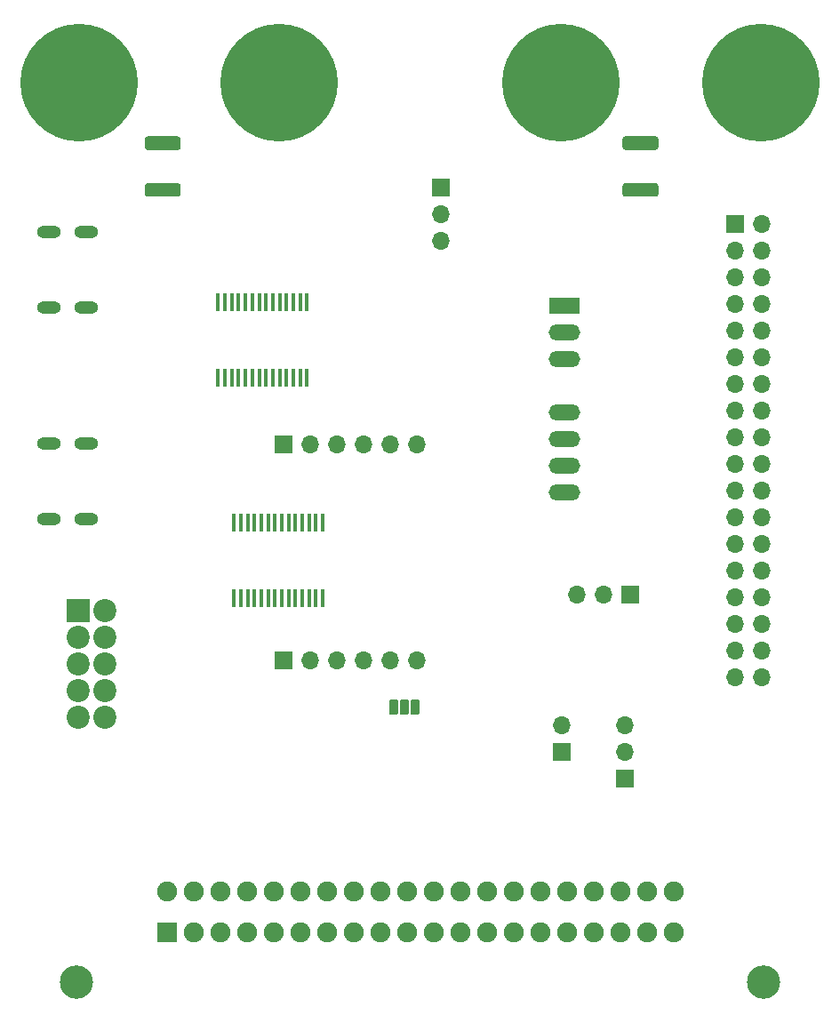
<source format=gbs>
%TF.GenerationSoftware,KiCad,Pcbnew,(5.1.7)-1*%
%TF.CreationDate,2020-11-29T12:14:47-06:00*%
%TF.ProjectId,Programmer Board,50726f67-7261-46d6-9d65-7220426f6172,A*%
%TF.SameCoordinates,Original*%
%TF.FileFunction,Soldermask,Bot*%
%TF.FilePolarity,Negative*%
%FSLAX46Y46*%
G04 Gerber Fmt 4.6, Leading zero omitted, Abs format (unit mm)*
G04 Created by KiCad (PCBNEW (5.1.7)-1) date 2020-11-29 12:14:47*
%MOMM*%
%LPD*%
G01*
G04 APERTURE LIST*
%ADD10R,0.450000X1.750000*%
%ADD11O,1.700000X1.700000*%
%ADD12R,1.700000X1.700000*%
%ADD13O,2.300000X1.200000*%
%ADD14C,11.200000*%
%ADD15C,2.200000*%
%ADD16R,2.200000X2.200000*%
%ADD17C,3.180000*%
%ADD18C,1.900000*%
%ADD19R,1.900000X1.900000*%
%ADD20O,3.000000X1.500000*%
%ADD21R,3.000000X1.500000*%
G04 APERTURE END LIST*
D10*
%TO.C,U3*%
X138225000Y-121150000D03*
X137575000Y-121150000D03*
X136925000Y-121150000D03*
X136275000Y-121150000D03*
X135625000Y-121150000D03*
X134975000Y-121150000D03*
X134325000Y-121150000D03*
X133675000Y-121150000D03*
X133025000Y-121150000D03*
X132375000Y-121150000D03*
X131725000Y-121150000D03*
X131075000Y-121150000D03*
X130425000Y-121150000D03*
X129775000Y-121150000D03*
X129775000Y-128350000D03*
X130425000Y-128350000D03*
X131075000Y-128350000D03*
X131725000Y-128350000D03*
X132375000Y-128350000D03*
X133025000Y-128350000D03*
X133675000Y-128350000D03*
X134325000Y-128350000D03*
X134975000Y-128350000D03*
X135625000Y-128350000D03*
X136275000Y-128350000D03*
X136925000Y-128350000D03*
X137575000Y-128350000D03*
X138225000Y-128350000D03*
%TD*%
%TO.C,U1*%
X136725000Y-100150000D03*
X136075000Y-100150000D03*
X135425000Y-100150000D03*
X134775000Y-100150000D03*
X134125000Y-100150000D03*
X133475000Y-100150000D03*
X132825000Y-100150000D03*
X132175000Y-100150000D03*
X131525000Y-100150000D03*
X130875000Y-100150000D03*
X130225000Y-100150000D03*
X129575000Y-100150000D03*
X128925000Y-100150000D03*
X128275000Y-100150000D03*
X128275000Y-107350000D03*
X128925000Y-107350000D03*
X129575000Y-107350000D03*
X130225000Y-107350000D03*
X130875000Y-107350000D03*
X131525000Y-107350000D03*
X132175000Y-107350000D03*
X132825000Y-107350000D03*
X133475000Y-107350000D03*
X134125000Y-107350000D03*
X134775000Y-107350000D03*
X135425000Y-107350000D03*
X136075000Y-107350000D03*
X136725000Y-107350000D03*
%TD*%
D11*
%TO.C,J8*%
X147200000Y-134250000D03*
X144660000Y-134250000D03*
X142120000Y-134250000D03*
X139580000Y-134250000D03*
X137040000Y-134250000D03*
D12*
X134500000Y-134250000D03*
%TD*%
D13*
%TO.C,J3*%
X115700000Y-120850000D03*
X112150000Y-120850000D03*
X115700000Y-113650000D03*
X112150000Y-113650000D03*
%TD*%
D11*
%TO.C,J1*%
X147200000Y-113750000D03*
X144660000Y-113750000D03*
X142120000Y-113750000D03*
X139580000Y-113750000D03*
X137040000Y-113750000D03*
D12*
X134500000Y-113750000D03*
%TD*%
D14*
%TO.C,E1*%
X115000000Y-79250000D03*
%TD*%
%TO.C,E4*%
X180000000Y-79250000D03*
%TD*%
%TO.C,E3*%
X160950000Y-79250000D03*
%TD*%
%TO.C,E2*%
X134050000Y-79250000D03*
%TD*%
D13*
%TO.C,J4*%
X115735000Y-100700000D03*
X112185000Y-100700000D03*
X115735000Y-93500000D03*
X112185000Y-93500000D03*
%TD*%
%TO.C,F2*%
G36*
G01*
X169950000Y-85675000D02*
X167050000Y-85675000D01*
G75*
G02*
X166800000Y-85425000I0J250000D01*
G01*
X166800000Y-84625000D01*
G75*
G02*
X167050000Y-84375000I250000J0D01*
G01*
X169950000Y-84375000D01*
G75*
G02*
X170200000Y-84625000I0J-250000D01*
G01*
X170200000Y-85425000D01*
G75*
G02*
X169950000Y-85675000I-250000J0D01*
G01*
G37*
G36*
G01*
X169950000Y-90125000D02*
X167050000Y-90125000D01*
G75*
G02*
X166800000Y-89875000I0J250000D01*
G01*
X166800000Y-89075000D01*
G75*
G02*
X167050000Y-88825000I250000J0D01*
G01*
X169950000Y-88825000D01*
G75*
G02*
X170200000Y-89075000I0J-250000D01*
G01*
X170200000Y-89875000D01*
G75*
G02*
X169950000Y-90125000I-250000J0D01*
G01*
G37*
%TD*%
%TO.C,F1*%
G36*
G01*
X124450000Y-85675000D02*
X121550000Y-85675000D01*
G75*
G02*
X121300000Y-85425000I0J250000D01*
G01*
X121300000Y-84625000D01*
G75*
G02*
X121550000Y-84375000I250000J0D01*
G01*
X124450000Y-84375000D01*
G75*
G02*
X124700000Y-84625000I0J-250000D01*
G01*
X124700000Y-85425000D01*
G75*
G02*
X124450000Y-85675000I-250000J0D01*
G01*
G37*
G36*
G01*
X124450000Y-90125000D02*
X121550000Y-90125000D01*
G75*
G02*
X121300000Y-89875000I0J250000D01*
G01*
X121300000Y-89075000D01*
G75*
G02*
X121550000Y-88825000I250000J0D01*
G01*
X124450000Y-88825000D01*
G75*
G02*
X124700000Y-89075000I0J-250000D01*
G01*
X124700000Y-89875000D01*
G75*
G02*
X124450000Y-90125000I-250000J0D01*
G01*
G37*
%TD*%
%TO.C,JP3*%
G36*
G01*
X145403100Y-138115000D02*
X145403100Y-139385000D01*
G75*
G02*
X145301500Y-139486600I-101600J0D01*
G01*
X144666500Y-139486600D01*
G75*
G02*
X144564900Y-139385000I0J101600D01*
G01*
X144564900Y-138115000D01*
G75*
G02*
X144666500Y-138013400I101600J0D01*
G01*
X145301500Y-138013400D01*
G75*
G02*
X145403100Y-138115000I0J-101600D01*
G01*
G37*
G36*
G01*
X146419100Y-138115000D02*
X146419100Y-139385000D01*
G75*
G02*
X146317500Y-139486600I-101600J0D01*
G01*
X145682500Y-139486600D01*
G75*
G02*
X145580900Y-139385000I0J101600D01*
G01*
X145580900Y-138115000D01*
G75*
G02*
X145682500Y-138013400I101600J0D01*
G01*
X146317500Y-138013400D01*
G75*
G02*
X146419100Y-138115000I0J-101600D01*
G01*
G37*
G36*
G01*
X147435100Y-138115000D02*
X147435100Y-139385000D01*
G75*
G02*
X147333500Y-139486600I-101600J0D01*
G01*
X146698500Y-139486600D01*
G75*
G02*
X146596900Y-139385000I0J101600D01*
G01*
X146596900Y-138115000D01*
G75*
G02*
X146698500Y-138013400I101600J0D01*
G01*
X147333500Y-138013400D01*
G75*
G02*
X147435100Y-138115000I0J-101600D01*
G01*
G37*
%TD*%
D15*
%TO.C,J7*%
X114960000Y-139710000D03*
X117500000Y-139710000D03*
X114960000Y-137170000D03*
X117500000Y-137170000D03*
X114960000Y-134630000D03*
X117500000Y-134630000D03*
X114960000Y-132090000D03*
X117500000Y-132090000D03*
D16*
X114960000Y-129550000D03*
D15*
X117500000Y-129550000D03*
%TD*%
D17*
%TO.C,J5*%
X114795000Y-164920000D03*
X180205000Y-164920000D03*
D18*
X151310000Y-156270000D03*
X156390000Y-160230000D03*
X148770000Y-156270000D03*
X148770000Y-160230000D03*
X151310000Y-160230000D03*
X158930000Y-156270000D03*
X164010000Y-160230000D03*
X156390000Y-156270000D03*
X161470000Y-156270000D03*
X164010000Y-156270000D03*
X169090000Y-156270000D03*
X171630000Y-156270000D03*
X153850000Y-160230000D03*
X158930000Y-160230000D03*
X153850000Y-156270000D03*
X166550000Y-156270000D03*
X161470000Y-160230000D03*
X166550000Y-160230000D03*
X171630000Y-160230000D03*
X169090000Y-160230000D03*
X146230000Y-156270000D03*
X143690000Y-156270000D03*
X143690000Y-160230000D03*
X146230000Y-160230000D03*
X136070000Y-156270000D03*
X141150000Y-160230000D03*
X133530000Y-156270000D03*
X133530000Y-160230000D03*
X136070000Y-160230000D03*
X141150000Y-156270000D03*
X138610000Y-160230000D03*
X138610000Y-156270000D03*
X130990000Y-156270000D03*
X128450000Y-156270000D03*
X128450000Y-160230000D03*
X130990000Y-160230000D03*
X125910000Y-156270000D03*
X125910000Y-160230000D03*
X123370000Y-156270000D03*
D19*
X123370000Y-160230000D03*
%TD*%
D20*
%TO.C,U2*%
X161250000Y-118280000D03*
X161250000Y-115740000D03*
X161250000Y-105580000D03*
X161250000Y-113200000D03*
X161250000Y-110660000D03*
X161250000Y-103040000D03*
D21*
X161250000Y-100500000D03*
%TD*%
D11*
%TO.C,J13*%
X161000000Y-140460000D03*
D12*
X161000000Y-143000000D03*
%TD*%
D11*
%TO.C,J10*%
X162460000Y-128000000D03*
X165000000Y-128000000D03*
D12*
X167540000Y-128000000D03*
%TD*%
D11*
%TO.C,J9*%
X180040000Y-135930000D03*
X177500000Y-135930000D03*
X180040000Y-133390000D03*
X177500000Y-133390000D03*
X180040000Y-130850000D03*
X177500000Y-130850000D03*
X180040000Y-128310000D03*
X177500000Y-128310000D03*
X180040000Y-125770000D03*
X177500000Y-125770000D03*
X180040000Y-123230000D03*
X177500000Y-123230000D03*
X180040000Y-120690000D03*
X177500000Y-120690000D03*
X180040000Y-118150000D03*
X177500000Y-118150000D03*
X180040000Y-115610000D03*
X177500000Y-115610000D03*
X180040000Y-113070000D03*
X177500000Y-113070000D03*
X180040000Y-110530000D03*
X177500000Y-110530000D03*
X180040000Y-107990000D03*
X177500000Y-107990000D03*
X180040000Y-105450000D03*
X177500000Y-105450000D03*
X180040000Y-102910000D03*
X177500000Y-102910000D03*
X180040000Y-100370000D03*
X177500000Y-100370000D03*
X180040000Y-97830000D03*
X177500000Y-97830000D03*
X180040000Y-95290000D03*
X177500000Y-95290000D03*
X180040000Y-92750000D03*
D12*
X177500000Y-92750000D03*
%TD*%
D11*
%TO.C,J6*%
X167000000Y-140470000D03*
X167000000Y-143010000D03*
D12*
X167000000Y-145550000D03*
%TD*%
D11*
%TO.C,J2*%
X149500000Y-94330000D03*
X149500000Y-91790000D03*
D12*
X149500000Y-89250000D03*
%TD*%
M02*

</source>
